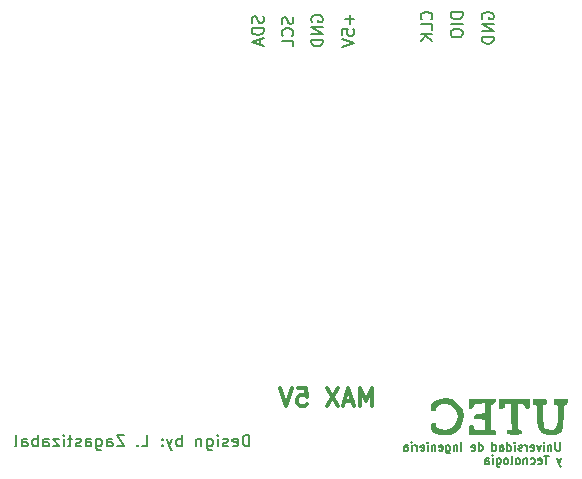
<source format=gbr>
%TF.GenerationSoftware,KiCad,Pcbnew,(6.0.0)*%
%TF.CreationDate,2023-04-26T08:22:48-05:00*%
%TF.ProjectId,SNAP_Project,534e4150-5f50-4726-9f6a-6563742e6b69,1.0*%
%TF.SameCoordinates,Original*%
%TF.FileFunction,Legend,Bot*%
%TF.FilePolarity,Positive*%
%FSLAX46Y46*%
G04 Gerber Fmt 4.6, Leading zero omitted, Abs format (unit mm)*
G04 Created by KiCad (PCBNEW (6.0.0)) date 2023-04-26 08:22:48*
%MOMM*%
%LPD*%
G01*
G04 APERTURE LIST*
%ADD10C,0.150000*%
%ADD11C,0.300000*%
G04 APERTURE END LIST*
D10*
X94330952Y-117542380D02*
X94330952Y-116542380D01*
X94092857Y-116542380D01*
X93950000Y-116590000D01*
X93854761Y-116685238D01*
X93807142Y-116780476D01*
X93759523Y-116970952D01*
X93759523Y-117113809D01*
X93807142Y-117304285D01*
X93854761Y-117399523D01*
X93950000Y-117494761D01*
X94092857Y-117542380D01*
X94330952Y-117542380D01*
X92950000Y-117494761D02*
X93045238Y-117542380D01*
X93235714Y-117542380D01*
X93330952Y-117494761D01*
X93378571Y-117399523D01*
X93378571Y-117018571D01*
X93330952Y-116923333D01*
X93235714Y-116875714D01*
X93045238Y-116875714D01*
X92950000Y-116923333D01*
X92902380Y-117018571D01*
X92902380Y-117113809D01*
X93378571Y-117209047D01*
X92521428Y-117494761D02*
X92426190Y-117542380D01*
X92235714Y-117542380D01*
X92140476Y-117494761D01*
X92092857Y-117399523D01*
X92092857Y-117351904D01*
X92140476Y-117256666D01*
X92235714Y-117209047D01*
X92378571Y-117209047D01*
X92473809Y-117161428D01*
X92521428Y-117066190D01*
X92521428Y-117018571D01*
X92473809Y-116923333D01*
X92378571Y-116875714D01*
X92235714Y-116875714D01*
X92140476Y-116923333D01*
X91664285Y-117542380D02*
X91664285Y-116875714D01*
X91664285Y-116542380D02*
X91711904Y-116590000D01*
X91664285Y-116637619D01*
X91616666Y-116590000D01*
X91664285Y-116542380D01*
X91664285Y-116637619D01*
X90759523Y-116875714D02*
X90759523Y-117685238D01*
X90807142Y-117780476D01*
X90854761Y-117828095D01*
X90950000Y-117875714D01*
X91092857Y-117875714D01*
X91188095Y-117828095D01*
X90759523Y-117494761D02*
X90854761Y-117542380D01*
X91045238Y-117542380D01*
X91140476Y-117494761D01*
X91188095Y-117447142D01*
X91235714Y-117351904D01*
X91235714Y-117066190D01*
X91188095Y-116970952D01*
X91140476Y-116923333D01*
X91045238Y-116875714D01*
X90854761Y-116875714D01*
X90759523Y-116923333D01*
X90283333Y-116875714D02*
X90283333Y-117542380D01*
X90283333Y-116970952D02*
X90235714Y-116923333D01*
X90140476Y-116875714D01*
X89997619Y-116875714D01*
X89902380Y-116923333D01*
X89854761Y-117018571D01*
X89854761Y-117542380D01*
X88616666Y-117542380D02*
X88616666Y-116542380D01*
X88616666Y-116923333D02*
X88521428Y-116875714D01*
X88330952Y-116875714D01*
X88235714Y-116923333D01*
X88188095Y-116970952D01*
X88140476Y-117066190D01*
X88140476Y-117351904D01*
X88188095Y-117447142D01*
X88235714Y-117494761D01*
X88330952Y-117542380D01*
X88521428Y-117542380D01*
X88616666Y-117494761D01*
X87807142Y-116875714D02*
X87569047Y-117542380D01*
X87330952Y-116875714D02*
X87569047Y-117542380D01*
X87664285Y-117780476D01*
X87711904Y-117828095D01*
X87807142Y-117875714D01*
X86950000Y-117447142D02*
X86902380Y-117494761D01*
X86950000Y-117542380D01*
X86997619Y-117494761D01*
X86950000Y-117447142D01*
X86950000Y-117542380D01*
X86950000Y-116923333D02*
X86902380Y-116970952D01*
X86950000Y-117018571D01*
X86997619Y-116970952D01*
X86950000Y-116923333D01*
X86950000Y-117018571D01*
X85235714Y-117542380D02*
X85711904Y-117542380D01*
X85711904Y-116542380D01*
X84902380Y-117447142D02*
X84854761Y-117494761D01*
X84902380Y-117542380D01*
X84950000Y-117494761D01*
X84902380Y-117447142D01*
X84902380Y-117542380D01*
X83759523Y-116542380D02*
X83092857Y-116542380D01*
X83759523Y-117542380D01*
X83092857Y-117542380D01*
X82283333Y-117542380D02*
X82283333Y-117018571D01*
X82330952Y-116923333D01*
X82426190Y-116875714D01*
X82616666Y-116875714D01*
X82711904Y-116923333D01*
X82283333Y-117494761D02*
X82378571Y-117542380D01*
X82616666Y-117542380D01*
X82711904Y-117494761D01*
X82759523Y-117399523D01*
X82759523Y-117304285D01*
X82711904Y-117209047D01*
X82616666Y-117161428D01*
X82378571Y-117161428D01*
X82283333Y-117113809D01*
X81378571Y-116875714D02*
X81378571Y-117685238D01*
X81426190Y-117780476D01*
X81473809Y-117828095D01*
X81569047Y-117875714D01*
X81711904Y-117875714D01*
X81807142Y-117828095D01*
X81378571Y-117494761D02*
X81473809Y-117542380D01*
X81664285Y-117542380D01*
X81759523Y-117494761D01*
X81807142Y-117447142D01*
X81854761Y-117351904D01*
X81854761Y-117066190D01*
X81807142Y-116970952D01*
X81759523Y-116923333D01*
X81664285Y-116875714D01*
X81473809Y-116875714D01*
X81378571Y-116923333D01*
X80473809Y-117542380D02*
X80473809Y-117018571D01*
X80521428Y-116923333D01*
X80616666Y-116875714D01*
X80807142Y-116875714D01*
X80902380Y-116923333D01*
X80473809Y-117494761D02*
X80569047Y-117542380D01*
X80807142Y-117542380D01*
X80902380Y-117494761D01*
X80950000Y-117399523D01*
X80950000Y-117304285D01*
X80902380Y-117209047D01*
X80807142Y-117161428D01*
X80569047Y-117161428D01*
X80473809Y-117113809D01*
X80045238Y-117494761D02*
X79950000Y-117542380D01*
X79759523Y-117542380D01*
X79664285Y-117494761D01*
X79616666Y-117399523D01*
X79616666Y-117351904D01*
X79664285Y-117256666D01*
X79759523Y-117209047D01*
X79902380Y-117209047D01*
X79997619Y-117161428D01*
X80045238Y-117066190D01*
X80045238Y-117018571D01*
X79997619Y-116923333D01*
X79902380Y-116875714D01*
X79759523Y-116875714D01*
X79664285Y-116923333D01*
X79330952Y-116875714D02*
X78950000Y-116875714D01*
X79188095Y-116542380D02*
X79188095Y-117399523D01*
X79140476Y-117494761D01*
X79045238Y-117542380D01*
X78950000Y-117542380D01*
X78616666Y-117542380D02*
X78616666Y-116875714D01*
X78616666Y-116542380D02*
X78664285Y-116590000D01*
X78616666Y-116637619D01*
X78569047Y-116590000D01*
X78616666Y-116542380D01*
X78616666Y-116637619D01*
X78235714Y-116875714D02*
X77711904Y-116875714D01*
X78235714Y-117542380D01*
X77711904Y-117542380D01*
X76902380Y-117542380D02*
X76902380Y-117018571D01*
X76950000Y-116923333D01*
X77045238Y-116875714D01*
X77235714Y-116875714D01*
X77330952Y-116923333D01*
X76902380Y-117494761D02*
X76997619Y-117542380D01*
X77235714Y-117542380D01*
X77330952Y-117494761D01*
X77378571Y-117399523D01*
X77378571Y-117304285D01*
X77330952Y-117209047D01*
X77235714Y-117161428D01*
X76997619Y-117161428D01*
X76902380Y-117113809D01*
X76426190Y-117542380D02*
X76426190Y-116542380D01*
X76426190Y-116923333D02*
X76330952Y-116875714D01*
X76140476Y-116875714D01*
X76045238Y-116923333D01*
X75997619Y-116970952D01*
X75950000Y-117066190D01*
X75950000Y-117351904D01*
X75997619Y-117447142D01*
X76045238Y-117494761D01*
X76140476Y-117542380D01*
X76330952Y-117542380D01*
X76426190Y-117494761D01*
X75092857Y-117542380D02*
X75092857Y-117018571D01*
X75140476Y-116923333D01*
X75235714Y-116875714D01*
X75426190Y-116875714D01*
X75521428Y-116923333D01*
X75092857Y-117494761D02*
X75188095Y-117542380D01*
X75426190Y-117542380D01*
X75521428Y-117494761D01*
X75569047Y-117399523D01*
X75569047Y-117304285D01*
X75521428Y-117209047D01*
X75426190Y-117161428D01*
X75188095Y-117161428D01*
X75092857Y-117113809D01*
X74473809Y-117542380D02*
X74569047Y-117494761D01*
X74616666Y-117399523D01*
X74616666Y-116542380D01*
X102831428Y-80984285D02*
X102831428Y-81746190D01*
X103212380Y-81365238D02*
X102450476Y-81365238D01*
X102212380Y-82698571D02*
X102212380Y-82222380D01*
X102688571Y-82174761D01*
X102640952Y-82222380D01*
X102593333Y-82317619D01*
X102593333Y-82555714D01*
X102640952Y-82650952D01*
X102688571Y-82698571D01*
X102783809Y-82746190D01*
X103021904Y-82746190D01*
X103117142Y-82698571D01*
X103164761Y-82650952D01*
X103212380Y-82555714D01*
X103212380Y-82317619D01*
X103164761Y-82222380D01*
X103117142Y-82174761D01*
X102212380Y-83031904D02*
X103212380Y-83365238D01*
X102212380Y-83698571D01*
X98024761Y-81199523D02*
X98072380Y-81342380D01*
X98072380Y-81580476D01*
X98024761Y-81675714D01*
X97977142Y-81723333D01*
X97881904Y-81770952D01*
X97786666Y-81770952D01*
X97691428Y-81723333D01*
X97643809Y-81675714D01*
X97596190Y-81580476D01*
X97548571Y-81390000D01*
X97500952Y-81294761D01*
X97453333Y-81247142D01*
X97358095Y-81199523D01*
X97262857Y-81199523D01*
X97167619Y-81247142D01*
X97120000Y-81294761D01*
X97072380Y-81390000D01*
X97072380Y-81628095D01*
X97120000Y-81770952D01*
X97977142Y-82770952D02*
X98024761Y-82723333D01*
X98072380Y-82580476D01*
X98072380Y-82485238D01*
X98024761Y-82342380D01*
X97929523Y-82247142D01*
X97834285Y-82199523D01*
X97643809Y-82151904D01*
X97500952Y-82151904D01*
X97310476Y-82199523D01*
X97215238Y-82247142D01*
X97120000Y-82342380D01*
X97072380Y-82485238D01*
X97072380Y-82580476D01*
X97120000Y-82723333D01*
X97167619Y-82770952D01*
X98072380Y-83675714D02*
X98072380Y-83199523D01*
X97072380Y-83199523D01*
X95494761Y-81135714D02*
X95542380Y-81278571D01*
X95542380Y-81516666D01*
X95494761Y-81611904D01*
X95447142Y-81659523D01*
X95351904Y-81707142D01*
X95256666Y-81707142D01*
X95161428Y-81659523D01*
X95113809Y-81611904D01*
X95066190Y-81516666D01*
X95018571Y-81326190D01*
X94970952Y-81230952D01*
X94923333Y-81183333D01*
X94828095Y-81135714D01*
X94732857Y-81135714D01*
X94637619Y-81183333D01*
X94590000Y-81230952D01*
X94542380Y-81326190D01*
X94542380Y-81564285D01*
X94590000Y-81707142D01*
X95542380Y-82135714D02*
X94542380Y-82135714D01*
X94542380Y-82373809D01*
X94590000Y-82516666D01*
X94685238Y-82611904D01*
X94780476Y-82659523D01*
X94970952Y-82707142D01*
X95113809Y-82707142D01*
X95304285Y-82659523D01*
X95399523Y-82611904D01*
X95494761Y-82516666D01*
X95542380Y-82373809D01*
X95542380Y-82135714D01*
X95256666Y-83088095D02*
X95256666Y-83564285D01*
X95542380Y-82992857D02*
X94542380Y-83326190D01*
X95542380Y-83659523D01*
X109737142Y-81374761D02*
X109784761Y-81327142D01*
X109832380Y-81184285D01*
X109832380Y-81089047D01*
X109784761Y-80946190D01*
X109689523Y-80850952D01*
X109594285Y-80803333D01*
X109403809Y-80755714D01*
X109260952Y-80755714D01*
X109070476Y-80803333D01*
X108975238Y-80850952D01*
X108880000Y-80946190D01*
X108832380Y-81089047D01*
X108832380Y-81184285D01*
X108880000Y-81327142D01*
X108927619Y-81374761D01*
X109832380Y-82279523D02*
X109832380Y-81803333D01*
X108832380Y-81803333D01*
X109832380Y-82612857D02*
X108832380Y-82612857D01*
X109832380Y-83184285D02*
X109260952Y-82755714D01*
X108832380Y-83184285D02*
X109403809Y-82612857D01*
X120645833Y-117193166D02*
X120645833Y-117759833D01*
X120612500Y-117826500D01*
X120579166Y-117859833D01*
X120512500Y-117893166D01*
X120379166Y-117893166D01*
X120312500Y-117859833D01*
X120279166Y-117826500D01*
X120245833Y-117759833D01*
X120245833Y-117193166D01*
X119912500Y-117426500D02*
X119912500Y-117893166D01*
X119912500Y-117493166D02*
X119879166Y-117459833D01*
X119812500Y-117426500D01*
X119712500Y-117426500D01*
X119645833Y-117459833D01*
X119612500Y-117526500D01*
X119612500Y-117893166D01*
X119279166Y-117893166D02*
X119279166Y-117426500D01*
X119279166Y-117193166D02*
X119312500Y-117226500D01*
X119279166Y-117259833D01*
X119245833Y-117226500D01*
X119279166Y-117193166D01*
X119279166Y-117259833D01*
X119012500Y-117426500D02*
X118845833Y-117893166D01*
X118679166Y-117426500D01*
X118145833Y-117859833D02*
X118212500Y-117893166D01*
X118345833Y-117893166D01*
X118412500Y-117859833D01*
X118445833Y-117793166D01*
X118445833Y-117526500D01*
X118412500Y-117459833D01*
X118345833Y-117426500D01*
X118212500Y-117426500D01*
X118145833Y-117459833D01*
X118112500Y-117526500D01*
X118112500Y-117593166D01*
X118445833Y-117659833D01*
X117812500Y-117893166D02*
X117812500Y-117426500D01*
X117812500Y-117559833D02*
X117779166Y-117493166D01*
X117745833Y-117459833D01*
X117679166Y-117426500D01*
X117612500Y-117426500D01*
X117412500Y-117859833D02*
X117345833Y-117893166D01*
X117212500Y-117893166D01*
X117145833Y-117859833D01*
X117112500Y-117793166D01*
X117112500Y-117759833D01*
X117145833Y-117693166D01*
X117212500Y-117659833D01*
X117312500Y-117659833D01*
X117379166Y-117626500D01*
X117412500Y-117559833D01*
X117412500Y-117526500D01*
X117379166Y-117459833D01*
X117312500Y-117426500D01*
X117212500Y-117426500D01*
X117145833Y-117459833D01*
X116812500Y-117893166D02*
X116812500Y-117426500D01*
X116812500Y-117193166D02*
X116845833Y-117226500D01*
X116812500Y-117259833D01*
X116779166Y-117226500D01*
X116812500Y-117193166D01*
X116812500Y-117259833D01*
X116179166Y-117893166D02*
X116179166Y-117193166D01*
X116179166Y-117859833D02*
X116245833Y-117893166D01*
X116379166Y-117893166D01*
X116445833Y-117859833D01*
X116479166Y-117826500D01*
X116512500Y-117759833D01*
X116512500Y-117559833D01*
X116479166Y-117493166D01*
X116445833Y-117459833D01*
X116379166Y-117426500D01*
X116245833Y-117426500D01*
X116179166Y-117459833D01*
X115545833Y-117893166D02*
X115545833Y-117526500D01*
X115579166Y-117459833D01*
X115645833Y-117426500D01*
X115779166Y-117426500D01*
X115845833Y-117459833D01*
X115545833Y-117859833D02*
X115612500Y-117893166D01*
X115779166Y-117893166D01*
X115845833Y-117859833D01*
X115879166Y-117793166D01*
X115879166Y-117726500D01*
X115845833Y-117659833D01*
X115779166Y-117626500D01*
X115612500Y-117626500D01*
X115545833Y-117593166D01*
X114912500Y-117893166D02*
X114912500Y-117193166D01*
X114912500Y-117859833D02*
X114979166Y-117893166D01*
X115112500Y-117893166D01*
X115179166Y-117859833D01*
X115212500Y-117826500D01*
X115245833Y-117759833D01*
X115245833Y-117559833D01*
X115212500Y-117493166D01*
X115179166Y-117459833D01*
X115112500Y-117426500D01*
X114979166Y-117426500D01*
X114912500Y-117459833D01*
X113745833Y-117893166D02*
X113745833Y-117193166D01*
X113745833Y-117859833D02*
X113812500Y-117893166D01*
X113945833Y-117893166D01*
X114012500Y-117859833D01*
X114045833Y-117826500D01*
X114079166Y-117759833D01*
X114079166Y-117559833D01*
X114045833Y-117493166D01*
X114012500Y-117459833D01*
X113945833Y-117426500D01*
X113812500Y-117426500D01*
X113745833Y-117459833D01*
X113145833Y-117859833D02*
X113212500Y-117893166D01*
X113345833Y-117893166D01*
X113412500Y-117859833D01*
X113445833Y-117793166D01*
X113445833Y-117526500D01*
X113412500Y-117459833D01*
X113345833Y-117426500D01*
X113212500Y-117426500D01*
X113145833Y-117459833D01*
X113112500Y-117526500D01*
X113112500Y-117593166D01*
X113445833Y-117659833D01*
X112279166Y-117893166D02*
X112279166Y-117193166D01*
X111945833Y-117426500D02*
X111945833Y-117893166D01*
X111945833Y-117493166D02*
X111912500Y-117459833D01*
X111845833Y-117426500D01*
X111745833Y-117426500D01*
X111679166Y-117459833D01*
X111645833Y-117526500D01*
X111645833Y-117893166D01*
X111012500Y-117426500D02*
X111012500Y-117993166D01*
X111045833Y-118059833D01*
X111079166Y-118093166D01*
X111145833Y-118126500D01*
X111245833Y-118126500D01*
X111312500Y-118093166D01*
X111012500Y-117859833D02*
X111079166Y-117893166D01*
X111212500Y-117893166D01*
X111279166Y-117859833D01*
X111312500Y-117826500D01*
X111345833Y-117759833D01*
X111345833Y-117559833D01*
X111312500Y-117493166D01*
X111279166Y-117459833D01*
X111212500Y-117426500D01*
X111079166Y-117426500D01*
X111012500Y-117459833D01*
X110412500Y-117859833D02*
X110479166Y-117893166D01*
X110612500Y-117893166D01*
X110679166Y-117859833D01*
X110712500Y-117793166D01*
X110712500Y-117526500D01*
X110679166Y-117459833D01*
X110612500Y-117426500D01*
X110479166Y-117426500D01*
X110412500Y-117459833D01*
X110379166Y-117526500D01*
X110379166Y-117593166D01*
X110712500Y-117659833D01*
X110079166Y-117426500D02*
X110079166Y-117893166D01*
X110079166Y-117493166D02*
X110045833Y-117459833D01*
X109979166Y-117426500D01*
X109879166Y-117426500D01*
X109812500Y-117459833D01*
X109779166Y-117526500D01*
X109779166Y-117893166D01*
X109445833Y-117893166D02*
X109445833Y-117426500D01*
X109445833Y-117193166D02*
X109479166Y-117226500D01*
X109445833Y-117259833D01*
X109412500Y-117226500D01*
X109445833Y-117193166D01*
X109445833Y-117259833D01*
X108845833Y-117859833D02*
X108912500Y-117893166D01*
X109045833Y-117893166D01*
X109112500Y-117859833D01*
X109145833Y-117793166D01*
X109145833Y-117526500D01*
X109112500Y-117459833D01*
X109045833Y-117426500D01*
X108912500Y-117426500D01*
X108845833Y-117459833D01*
X108812500Y-117526500D01*
X108812500Y-117593166D01*
X109145833Y-117659833D01*
X108512500Y-117893166D02*
X108512500Y-117426500D01*
X108512500Y-117559833D02*
X108479166Y-117493166D01*
X108445833Y-117459833D01*
X108379166Y-117426500D01*
X108312500Y-117426500D01*
X108079166Y-117893166D02*
X108079166Y-117426500D01*
X108012500Y-117159833D02*
X108112500Y-117259833D01*
X107445833Y-117893166D02*
X107445833Y-117526500D01*
X107479166Y-117459833D01*
X107545833Y-117426500D01*
X107679166Y-117426500D01*
X107745833Y-117459833D01*
X107445833Y-117859833D02*
X107512500Y-117893166D01*
X107679166Y-117893166D01*
X107745833Y-117859833D01*
X107779166Y-117793166D01*
X107779166Y-117726500D01*
X107745833Y-117659833D01*
X107679166Y-117626500D01*
X107512500Y-117626500D01*
X107445833Y-117593166D01*
X120712500Y-118553500D02*
X120545833Y-119020166D01*
X120379166Y-118553500D02*
X120545833Y-119020166D01*
X120612500Y-119186833D01*
X120645833Y-119220166D01*
X120712500Y-119253500D01*
X119679166Y-118320166D02*
X119279166Y-118320166D01*
X119479166Y-119020166D02*
X119479166Y-118320166D01*
X118779166Y-118986833D02*
X118845833Y-119020166D01*
X118979166Y-119020166D01*
X119045833Y-118986833D01*
X119079166Y-118920166D01*
X119079166Y-118653500D01*
X119045833Y-118586833D01*
X118979166Y-118553500D01*
X118845833Y-118553500D01*
X118779166Y-118586833D01*
X118745833Y-118653500D01*
X118745833Y-118720166D01*
X119079166Y-118786833D01*
X118145833Y-118986833D02*
X118212500Y-119020166D01*
X118345833Y-119020166D01*
X118412500Y-118986833D01*
X118445833Y-118953500D01*
X118479166Y-118886833D01*
X118479166Y-118686833D01*
X118445833Y-118620166D01*
X118412500Y-118586833D01*
X118345833Y-118553500D01*
X118212500Y-118553500D01*
X118145833Y-118586833D01*
X117845833Y-118553500D02*
X117845833Y-119020166D01*
X117845833Y-118620166D02*
X117812500Y-118586833D01*
X117745833Y-118553500D01*
X117645833Y-118553500D01*
X117579166Y-118586833D01*
X117545833Y-118653500D01*
X117545833Y-119020166D01*
X117112500Y-119020166D02*
X117179166Y-118986833D01*
X117212500Y-118953500D01*
X117245833Y-118886833D01*
X117245833Y-118686833D01*
X117212500Y-118620166D01*
X117179166Y-118586833D01*
X117112500Y-118553500D01*
X117012500Y-118553500D01*
X116945833Y-118586833D01*
X116912500Y-118620166D01*
X116879166Y-118686833D01*
X116879166Y-118886833D01*
X116912500Y-118953500D01*
X116945833Y-118986833D01*
X117012500Y-119020166D01*
X117112500Y-119020166D01*
X116479166Y-119020166D02*
X116545833Y-118986833D01*
X116579166Y-118920166D01*
X116579166Y-118320166D01*
X116112500Y-119020166D02*
X116179166Y-118986833D01*
X116212500Y-118953500D01*
X116245833Y-118886833D01*
X116245833Y-118686833D01*
X116212500Y-118620166D01*
X116179166Y-118586833D01*
X116112500Y-118553500D01*
X116012500Y-118553500D01*
X115945833Y-118586833D01*
X115912500Y-118620166D01*
X115879166Y-118686833D01*
X115879166Y-118886833D01*
X115912500Y-118953500D01*
X115945833Y-118986833D01*
X116012500Y-119020166D01*
X116112500Y-119020166D01*
X115279166Y-118553500D02*
X115279166Y-119120166D01*
X115312500Y-119186833D01*
X115345833Y-119220166D01*
X115412500Y-119253500D01*
X115512500Y-119253500D01*
X115579166Y-119220166D01*
X115279166Y-118986833D02*
X115345833Y-119020166D01*
X115479166Y-119020166D01*
X115545833Y-118986833D01*
X115579166Y-118953500D01*
X115612500Y-118886833D01*
X115612500Y-118686833D01*
X115579166Y-118620166D01*
X115545833Y-118586833D01*
X115479166Y-118553500D01*
X115345833Y-118553500D01*
X115279166Y-118586833D01*
X114945833Y-119020166D02*
X114945833Y-118553500D01*
X114879166Y-118286833D02*
X114979166Y-118386833D01*
X114312500Y-119020166D02*
X114312500Y-118653500D01*
X114345833Y-118586833D01*
X114412500Y-118553500D01*
X114545833Y-118553500D01*
X114612500Y-118586833D01*
X114312500Y-118986833D02*
X114379166Y-119020166D01*
X114545833Y-119020166D01*
X114612500Y-118986833D01*
X114645833Y-118920166D01*
X114645833Y-118853500D01*
X114612500Y-118786833D01*
X114545833Y-118753500D01*
X114379166Y-118753500D01*
X114312500Y-118720166D01*
X114060000Y-81328095D02*
X114012380Y-81232857D01*
X114012380Y-81090000D01*
X114060000Y-80947142D01*
X114155238Y-80851904D01*
X114250476Y-80804285D01*
X114440952Y-80756666D01*
X114583809Y-80756666D01*
X114774285Y-80804285D01*
X114869523Y-80851904D01*
X114964761Y-80947142D01*
X115012380Y-81090000D01*
X115012380Y-81185238D01*
X114964761Y-81328095D01*
X114917142Y-81375714D01*
X114583809Y-81375714D01*
X114583809Y-81185238D01*
X115012380Y-81804285D02*
X114012380Y-81804285D01*
X115012380Y-82375714D01*
X114012380Y-82375714D01*
X115012380Y-82851904D02*
X114012380Y-82851904D01*
X114012380Y-83090000D01*
X114060000Y-83232857D01*
X114155238Y-83328095D01*
X114250476Y-83375714D01*
X114440952Y-83423333D01*
X114583809Y-83423333D01*
X114774285Y-83375714D01*
X114869523Y-83328095D01*
X114964761Y-83232857D01*
X115012380Y-83090000D01*
X115012380Y-82851904D01*
X112382380Y-80786190D02*
X111382380Y-80786190D01*
X111382380Y-81024285D01*
X111430000Y-81167142D01*
X111525238Y-81262380D01*
X111620476Y-81310000D01*
X111810952Y-81357619D01*
X111953809Y-81357619D01*
X112144285Y-81310000D01*
X112239523Y-81262380D01*
X112334761Y-81167142D01*
X112382380Y-81024285D01*
X112382380Y-80786190D01*
X112382380Y-81786190D02*
X111382380Y-81786190D01*
X111382380Y-82452857D02*
X111382380Y-82643333D01*
X111430000Y-82738571D01*
X111525238Y-82833809D01*
X111715714Y-82881428D01*
X112049047Y-82881428D01*
X112239523Y-82833809D01*
X112334761Y-82738571D01*
X112382380Y-82643333D01*
X112382380Y-82452857D01*
X112334761Y-82357619D01*
X112239523Y-82262380D01*
X112049047Y-82214761D01*
X111715714Y-82214761D01*
X111525238Y-82262380D01*
X111430000Y-82357619D01*
X111382380Y-82452857D01*
D11*
X104725714Y-114128571D02*
X104725714Y-112628571D01*
X104225714Y-113700000D01*
X103725714Y-112628571D01*
X103725714Y-114128571D01*
X103082857Y-113700000D02*
X102368571Y-113700000D01*
X103225714Y-114128571D02*
X102725714Y-112628571D01*
X102225714Y-114128571D01*
X101868571Y-112628571D02*
X100868571Y-114128571D01*
X100868571Y-112628571D02*
X101868571Y-114128571D01*
X98440000Y-112628571D02*
X99154285Y-112628571D01*
X99225714Y-113342857D01*
X99154285Y-113271428D01*
X99011428Y-113200000D01*
X98654285Y-113200000D01*
X98511428Y-113271428D01*
X98440000Y-113342857D01*
X98368571Y-113485714D01*
X98368571Y-113842857D01*
X98440000Y-113985714D01*
X98511428Y-114057142D01*
X98654285Y-114128571D01*
X99011428Y-114128571D01*
X99154285Y-114057142D01*
X99225714Y-113985714D01*
X97940000Y-112628571D02*
X97440000Y-114128571D01*
X96940000Y-112628571D01*
D10*
X99600000Y-81568095D02*
X99552380Y-81472857D01*
X99552380Y-81330000D01*
X99600000Y-81187142D01*
X99695238Y-81091904D01*
X99790476Y-81044285D01*
X99980952Y-80996666D01*
X100123809Y-80996666D01*
X100314285Y-81044285D01*
X100409523Y-81091904D01*
X100504761Y-81187142D01*
X100552380Y-81330000D01*
X100552380Y-81425238D01*
X100504761Y-81568095D01*
X100457142Y-81615714D01*
X100123809Y-81615714D01*
X100123809Y-81425238D01*
X100552380Y-82044285D02*
X99552380Y-82044285D01*
X100552380Y-82615714D01*
X99552380Y-82615714D01*
X100552380Y-83091904D02*
X99552380Y-83091904D01*
X99552380Y-83330000D01*
X99600000Y-83472857D01*
X99695238Y-83568095D01*
X99790476Y-83615714D01*
X99980952Y-83663333D01*
X100123809Y-83663333D01*
X100314285Y-83615714D01*
X100409523Y-83568095D01*
X100504761Y-83472857D01*
X100552380Y-83330000D01*
X100552380Y-83091904D01*
%TO.C,G\u002A\u002A\u002A*%
G36*
X119016544Y-113488526D02*
G01*
X119281938Y-113496130D01*
X119429740Y-113524631D01*
X119499811Y-113587444D01*
X119532009Y-113697990D01*
X119549695Y-113856495D01*
X119494421Y-113968242D01*
X119320732Y-113996313D01*
X119289705Y-113997546D01*
X119229575Y-114021252D01*
X119193366Y-114097705D01*
X119176919Y-114256014D01*
X119176075Y-114525284D01*
X119186676Y-114934624D01*
X119203202Y-115321323D01*
X119240744Y-115674696D01*
X119310678Y-115904907D01*
X119427692Y-116037597D01*
X119606475Y-116098407D01*
X119861715Y-116112980D01*
X119986139Y-116107501D01*
X120179767Y-116055287D01*
X120311333Y-115928526D01*
X120391771Y-115703768D01*
X120432016Y-115357567D01*
X120443000Y-114866474D01*
X120442955Y-114784241D01*
X120439677Y-114419924D01*
X120426995Y-114189222D01*
X120399024Y-114061884D01*
X120349877Y-114007664D01*
X120273667Y-113996313D01*
X120229956Y-113993692D01*
X120130944Y-113928233D01*
X120104334Y-113742313D01*
X120104334Y-113488313D01*
X121289667Y-113488313D01*
X121289667Y-113742313D01*
X121287920Y-113807880D01*
X121244281Y-113956397D01*
X121120334Y-113996313D01*
X121087427Y-113997548D01*
X121024215Y-114021020D01*
X120984254Y-114096977D01*
X120962255Y-114254629D01*
X120952933Y-114523184D01*
X120951000Y-114931851D01*
X120950390Y-115067283D01*
X120930908Y-115567461D01*
X120877111Y-115933549D01*
X120779652Y-116192994D01*
X120629182Y-116373244D01*
X120416355Y-116501748D01*
X120335023Y-116533128D01*
X120006998Y-116593730D01*
X119644621Y-116588923D01*
X119313180Y-116523550D01*
X119077961Y-116402456D01*
X119000984Y-116327228D01*
X118841486Y-116096586D01*
X118737880Y-115793736D01*
X118681831Y-115387250D01*
X118665000Y-114845699D01*
X118664984Y-114796052D01*
X118662024Y-114426541D01*
X118649714Y-114192413D01*
X118621951Y-114063067D01*
X118572636Y-114007901D01*
X118495667Y-113996313D01*
X118451956Y-113993692D01*
X118352944Y-113928233D01*
X118326334Y-113742313D01*
X118326334Y-113488313D01*
X118909130Y-113488313D01*
X119016544Y-113488526D01*
G37*
G36*
X115178124Y-113721146D02*
G01*
X115118671Y-113899798D01*
X114960834Y-113981035D01*
X114884656Y-113997846D01*
X114830115Y-114042375D01*
X114796432Y-114142466D01*
X114778587Y-114326561D01*
X114771561Y-114623104D01*
X114770334Y-115060535D01*
X114770334Y-116112980D01*
X114982000Y-116112980D01*
X115021007Y-116113873D01*
X115158698Y-116163524D01*
X115193667Y-116324646D01*
X115193667Y-116536313D01*
X112907667Y-116536313D01*
X112907667Y-116112980D01*
X112909672Y-115943086D01*
X112931042Y-115773417D01*
X112993712Y-115703371D01*
X113119334Y-115689646D01*
X113158341Y-115690540D01*
X113296031Y-115740191D01*
X113331000Y-115901313D01*
X113338629Y-116007023D01*
X113391103Y-116078445D01*
X113529970Y-116107485D01*
X113796667Y-116112980D01*
X114262334Y-116112980D01*
X114262334Y-115275162D01*
X113817834Y-115249571D01*
X113631077Y-115236325D01*
X113459767Y-115203888D01*
X113387912Y-115136722D01*
X113373334Y-115012313D01*
X113378571Y-114923080D01*
X113425977Y-114838774D01*
X113558338Y-114796937D01*
X113817834Y-114775055D01*
X114262334Y-114749464D01*
X114262334Y-113902797D01*
X113817834Y-113928388D01*
X113693874Y-113936733D01*
X113485219Y-113968043D01*
X113384056Y-114030554D01*
X113346279Y-114144480D01*
X113285341Y-114285353D01*
X113113445Y-114334980D01*
X113034436Y-114331166D01*
X112950013Y-114288523D01*
X112914754Y-114163080D01*
X112907667Y-113911646D01*
X112907667Y-113488313D01*
X115204915Y-113488313D01*
X115178124Y-113721146D01*
G37*
G36*
X111458337Y-113544656D02*
G01*
X111872203Y-113753490D01*
X112195653Y-114073759D01*
X112406595Y-114489721D01*
X112482941Y-114985634D01*
X112447590Y-115424035D01*
X112296993Y-115858800D01*
X112016928Y-116199302D01*
X111595334Y-116465656D01*
X111354183Y-116551111D01*
X110888901Y-116604355D01*
X110414966Y-116545014D01*
X110002901Y-116377012D01*
X109995999Y-116372738D01*
X109797637Y-116227969D01*
X109710023Y-116078386D01*
X109690334Y-115852074D01*
X109690678Y-115784161D01*
X109709044Y-115604854D01*
X109783874Y-115533267D01*
X109954209Y-115520313D01*
X110078964Y-115525595D01*
X110178291Y-115571406D01*
X110173636Y-115690281D01*
X110172629Y-115812313D01*
X110292868Y-115970302D01*
X110541636Y-116075048D01*
X110895749Y-116112980D01*
X111161016Y-116095303D01*
X111378428Y-116013732D01*
X111607476Y-115832561D01*
X111764736Y-115655364D01*
X111932817Y-115299565D01*
X111966647Y-114920809D01*
X111872198Y-114556942D01*
X111655439Y-114245809D01*
X111322342Y-114025254D01*
X111041811Y-113948304D01*
X110715453Y-113946825D01*
X110432695Y-114030241D01*
X110233277Y-114185753D01*
X110156941Y-114400562D01*
X110112175Y-114504096D01*
X109923167Y-114573437D01*
X109880383Y-114577980D01*
X109752012Y-114569673D01*
X109700056Y-114481594D01*
X109690334Y-114269059D01*
X109708433Y-114073900D01*
X109820823Y-113834736D01*
X110055856Y-113660055D01*
X110436336Y-113527180D01*
X110447715Y-113524261D01*
X110976144Y-113462999D01*
X111458337Y-113544656D01*
G37*
G36*
X118085329Y-113911699D02*
G01*
X118096822Y-114114323D01*
X118084178Y-114265895D01*
X118021230Y-114325001D01*
X117887722Y-114335032D01*
X117876858Y-114334964D01*
X117701759Y-114291587D01*
X117633722Y-114144480D01*
X117624629Y-114098452D01*
X117537161Y-113978061D01*
X117331500Y-113927448D01*
X117056334Y-113900917D01*
X117056334Y-115006948D01*
X117057531Y-115431825D01*
X117064040Y-115748831D01*
X117079987Y-115948528D01*
X117109492Y-116057837D01*
X117156679Y-116103681D01*
X117225667Y-116112980D01*
X117355314Y-116158665D01*
X117395000Y-116324646D01*
X117392666Y-116398991D01*
X117363652Y-116476903D01*
X117272316Y-116517835D01*
X117082988Y-116533675D01*
X116760000Y-116536313D01*
X116536967Y-116535535D01*
X116303229Y-116525863D01*
X116180434Y-116495418D01*
X116132914Y-116432309D01*
X116125000Y-116324646D01*
X116126094Y-116281706D01*
X116176793Y-116147003D01*
X116339197Y-116112980D01*
X116553393Y-116112980D01*
X116529697Y-115033480D01*
X116506000Y-113953980D01*
X116230834Y-113927448D01*
X116069086Y-113920917D01*
X115975478Y-113970654D01*
X115955667Y-114117948D01*
X115949310Y-114215552D01*
X115882897Y-114312499D01*
X115701667Y-114334980D01*
X115576236Y-114330226D01*
X115487337Y-114287216D01*
X115453216Y-114162249D01*
X115447667Y-113911646D01*
X115447667Y-113488313D01*
X118055991Y-113488313D01*
X118085329Y-113911699D01*
G37*
%TD*%
M02*

</source>
